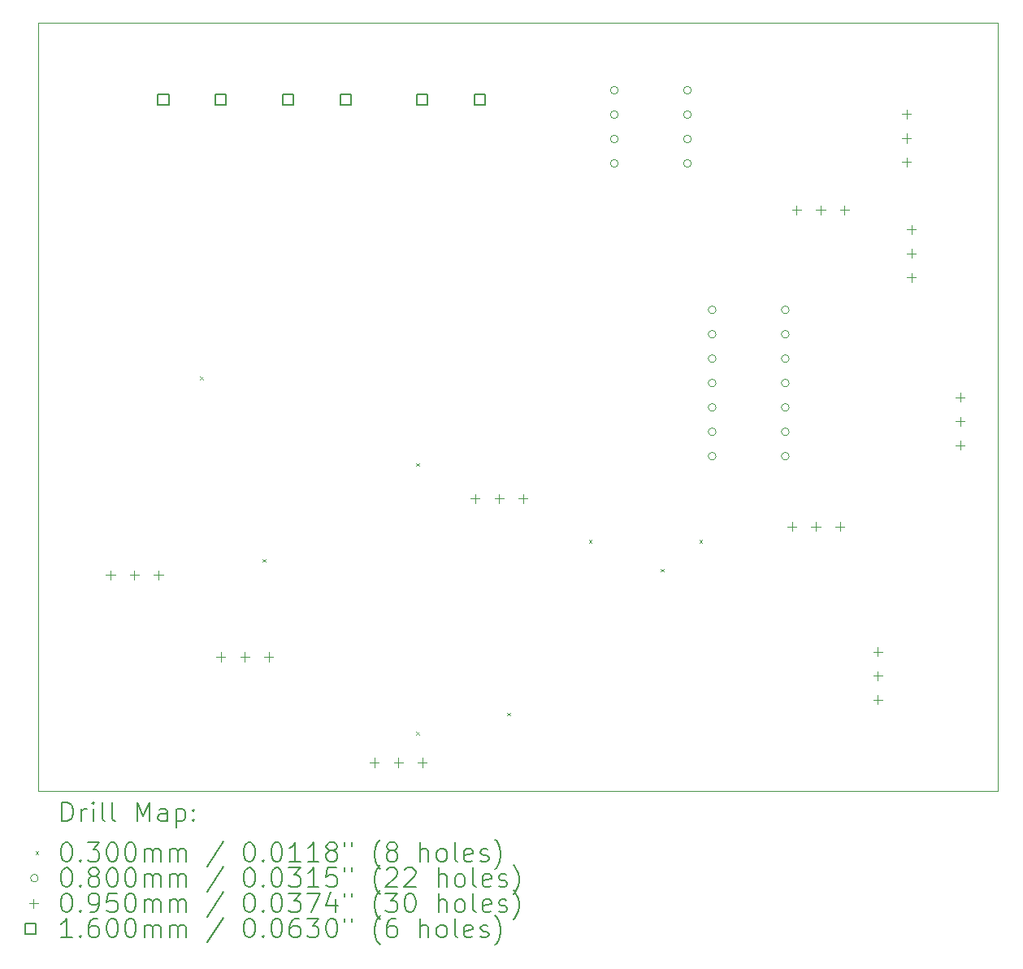
<source format=gbr>
%TF.GenerationSoftware,KiCad,Pcbnew,7.0.2*%
%TF.CreationDate,2023-07-08T15:21:49+02:00*%
%TF.ProjectId,KiKAD_Endplatine_V2,4b694b41-445f-4456-9e64-706c6174696e,rev?*%
%TF.SameCoordinates,Original*%
%TF.FileFunction,Drillmap*%
%TF.FilePolarity,Positive*%
%FSLAX45Y45*%
G04 Gerber Fmt 4.5, Leading zero omitted, Abs format (unit mm)*
G04 Created by KiCad (PCBNEW 7.0.2) date 2023-07-08 15:21:49*
%MOMM*%
%LPD*%
G01*
G04 APERTURE LIST*
%ADD10C,0.050000*%
%ADD11C,0.200000*%
%ADD12C,0.030000*%
%ADD13C,0.080000*%
%ADD14C,0.095000*%
%ADD15C,0.160000*%
G04 APERTURE END LIST*
D10*
X10000000Y-3500000D02*
X20000000Y-3500000D01*
X20000000Y-11500000D01*
X10000000Y-11500000D01*
X10000000Y-3500000D01*
D11*
D12*
X11685000Y-7185000D02*
X11715000Y-7215000D01*
X11715000Y-7185000D02*
X11685000Y-7215000D01*
X12335000Y-9085000D02*
X12365000Y-9115000D01*
X12365000Y-9085000D02*
X12335000Y-9115000D01*
X13935000Y-8085000D02*
X13965000Y-8115000D01*
X13965000Y-8085000D02*
X13935000Y-8115000D01*
X13935000Y-10885000D02*
X13965000Y-10915000D01*
X13965000Y-10885000D02*
X13935000Y-10915000D01*
X14885000Y-10685000D02*
X14915000Y-10715000D01*
X14915000Y-10685000D02*
X14885000Y-10715000D01*
X15735000Y-8885000D02*
X15765000Y-8915000D01*
X15765000Y-8885000D02*
X15735000Y-8915000D01*
X16485000Y-9185000D02*
X16515000Y-9215000D01*
X16515000Y-9185000D02*
X16485000Y-9215000D01*
X16885000Y-8885000D02*
X16915000Y-8915000D01*
X16915000Y-8885000D02*
X16885000Y-8915000D01*
D13*
X16040000Y-4200000D02*
G75*
G03*
X16040000Y-4200000I-40000J0D01*
G01*
X16040000Y-4454000D02*
G75*
G03*
X16040000Y-4454000I-40000J0D01*
G01*
X16040000Y-4708000D02*
G75*
G03*
X16040000Y-4708000I-40000J0D01*
G01*
X16040000Y-4962000D02*
G75*
G03*
X16040000Y-4962000I-40000J0D01*
G01*
X16802000Y-4200000D02*
G75*
G03*
X16802000Y-4200000I-40000J0D01*
G01*
X16802000Y-4454000D02*
G75*
G03*
X16802000Y-4454000I-40000J0D01*
G01*
X16802000Y-4708000D02*
G75*
G03*
X16802000Y-4708000I-40000J0D01*
G01*
X16802000Y-4962000D02*
G75*
G03*
X16802000Y-4962000I-40000J0D01*
G01*
X17060000Y-6487500D02*
G75*
G03*
X17060000Y-6487500I-40000J0D01*
G01*
X17060000Y-6741500D02*
G75*
G03*
X17060000Y-6741500I-40000J0D01*
G01*
X17060000Y-6995500D02*
G75*
G03*
X17060000Y-6995500I-40000J0D01*
G01*
X17060000Y-7249500D02*
G75*
G03*
X17060000Y-7249500I-40000J0D01*
G01*
X17060000Y-7503500D02*
G75*
G03*
X17060000Y-7503500I-40000J0D01*
G01*
X17060000Y-7757500D02*
G75*
G03*
X17060000Y-7757500I-40000J0D01*
G01*
X17060000Y-8011500D02*
G75*
G03*
X17060000Y-8011500I-40000J0D01*
G01*
X17822000Y-6487500D02*
G75*
G03*
X17822000Y-6487500I-40000J0D01*
G01*
X17822000Y-6741500D02*
G75*
G03*
X17822000Y-6741500I-40000J0D01*
G01*
X17822000Y-6995500D02*
G75*
G03*
X17822000Y-6995500I-40000J0D01*
G01*
X17822000Y-7249500D02*
G75*
G03*
X17822000Y-7249500I-40000J0D01*
G01*
X17822000Y-7503500D02*
G75*
G03*
X17822000Y-7503500I-40000J0D01*
G01*
X17822000Y-7757500D02*
G75*
G03*
X17822000Y-7757500I-40000J0D01*
G01*
X17822000Y-8011500D02*
G75*
G03*
X17822000Y-8011500I-40000J0D01*
G01*
D14*
X10750000Y-9202500D02*
X10750000Y-9297500D01*
X10702500Y-9250000D02*
X10797500Y-9250000D01*
X11000000Y-9202500D02*
X11000000Y-9297500D01*
X10952500Y-9250000D02*
X11047500Y-9250000D01*
X11250000Y-9202500D02*
X11250000Y-9297500D01*
X11202500Y-9250000D02*
X11297500Y-9250000D01*
X11900000Y-10055750D02*
X11900000Y-10150750D01*
X11852500Y-10103250D02*
X11947500Y-10103250D01*
X12150000Y-10055750D02*
X12150000Y-10150750D01*
X12102500Y-10103250D02*
X12197500Y-10103250D01*
X12400000Y-10055750D02*
X12400000Y-10150750D01*
X12352500Y-10103250D02*
X12447500Y-10103250D01*
X13500000Y-11155750D02*
X13500000Y-11250750D01*
X13452500Y-11203250D02*
X13547500Y-11203250D01*
X13750000Y-11155750D02*
X13750000Y-11250750D01*
X13702500Y-11203250D02*
X13797500Y-11203250D01*
X14000000Y-11155750D02*
X14000000Y-11250750D01*
X13952500Y-11203250D02*
X14047500Y-11203250D01*
X14550000Y-8405750D02*
X14550000Y-8500750D01*
X14502500Y-8453250D02*
X14597500Y-8453250D01*
X14800000Y-8405750D02*
X14800000Y-8500750D01*
X14752500Y-8453250D02*
X14847500Y-8453250D01*
X15050000Y-8405750D02*
X15050000Y-8500750D01*
X15002500Y-8453250D02*
X15097500Y-8453250D01*
X17850000Y-8699250D02*
X17850000Y-8794250D01*
X17802500Y-8746750D02*
X17897500Y-8746750D01*
X17900000Y-5399250D02*
X17900000Y-5494250D01*
X17852500Y-5446750D02*
X17947500Y-5446750D01*
X18100000Y-8699250D02*
X18100000Y-8794250D01*
X18052500Y-8746750D02*
X18147500Y-8746750D01*
X18150000Y-5399250D02*
X18150000Y-5494250D01*
X18102500Y-5446750D02*
X18197500Y-5446750D01*
X18350000Y-8699250D02*
X18350000Y-8794250D01*
X18302500Y-8746750D02*
X18397500Y-8746750D01*
X18400000Y-5399250D02*
X18400000Y-5494250D01*
X18352500Y-5446750D02*
X18447500Y-5446750D01*
X18746750Y-10002500D02*
X18746750Y-10097500D01*
X18699250Y-10050000D02*
X18794250Y-10050000D01*
X18746750Y-10252500D02*
X18746750Y-10347500D01*
X18699250Y-10300000D02*
X18794250Y-10300000D01*
X18746750Y-10502500D02*
X18746750Y-10597500D01*
X18699250Y-10550000D02*
X18794250Y-10550000D01*
X19046750Y-4402500D02*
X19046750Y-4497500D01*
X18999250Y-4450000D02*
X19094250Y-4450000D01*
X19046750Y-4652500D02*
X19046750Y-4747500D01*
X18999250Y-4700000D02*
X19094250Y-4700000D01*
X19046750Y-4902500D02*
X19046750Y-4997500D01*
X18999250Y-4950000D02*
X19094250Y-4950000D01*
X19096750Y-5602500D02*
X19096750Y-5697500D01*
X19049250Y-5650000D02*
X19144250Y-5650000D01*
X19096750Y-5852500D02*
X19096750Y-5947500D01*
X19049250Y-5900000D02*
X19144250Y-5900000D01*
X19096750Y-6102500D02*
X19096750Y-6197500D01*
X19049250Y-6150000D02*
X19144250Y-6150000D01*
X19603250Y-7352500D02*
X19603250Y-7447500D01*
X19555750Y-7400000D02*
X19650750Y-7400000D01*
X19603250Y-7602500D02*
X19603250Y-7697500D01*
X19555750Y-7650000D02*
X19650750Y-7650000D01*
X19603250Y-7852500D02*
X19603250Y-7947500D01*
X19555750Y-7900000D02*
X19650750Y-7900000D01*
D15*
X11356569Y-4356569D02*
X11356569Y-4243431D01*
X11243431Y-4243431D01*
X11243431Y-4356569D01*
X11356569Y-4356569D01*
X11956569Y-4356569D02*
X11956569Y-4243431D01*
X11843431Y-4243431D01*
X11843431Y-4356569D01*
X11956569Y-4356569D01*
X12656569Y-4356569D02*
X12656569Y-4243431D01*
X12543431Y-4243431D01*
X12543431Y-4356569D01*
X12656569Y-4356569D01*
X13256569Y-4356569D02*
X13256569Y-4243431D01*
X13143431Y-4243431D01*
X13143431Y-4356569D01*
X13256569Y-4356569D01*
X14056569Y-4356569D02*
X14056569Y-4243431D01*
X13943431Y-4243431D01*
X13943431Y-4356569D01*
X14056569Y-4356569D01*
X14656569Y-4356569D02*
X14656569Y-4243431D01*
X14543431Y-4243431D01*
X14543431Y-4356569D01*
X14656569Y-4356569D01*
D11*
X10245119Y-11815024D02*
X10245119Y-11615024D01*
X10245119Y-11615024D02*
X10292738Y-11615024D01*
X10292738Y-11615024D02*
X10321310Y-11624548D01*
X10321310Y-11624548D02*
X10340357Y-11643595D01*
X10340357Y-11643595D02*
X10349881Y-11662643D01*
X10349881Y-11662643D02*
X10359405Y-11700738D01*
X10359405Y-11700738D02*
X10359405Y-11729309D01*
X10359405Y-11729309D02*
X10349881Y-11767405D01*
X10349881Y-11767405D02*
X10340357Y-11786452D01*
X10340357Y-11786452D02*
X10321310Y-11805500D01*
X10321310Y-11805500D02*
X10292738Y-11815024D01*
X10292738Y-11815024D02*
X10245119Y-11815024D01*
X10445119Y-11815024D02*
X10445119Y-11681690D01*
X10445119Y-11719786D02*
X10454643Y-11700738D01*
X10454643Y-11700738D02*
X10464167Y-11691214D01*
X10464167Y-11691214D02*
X10483214Y-11681690D01*
X10483214Y-11681690D02*
X10502262Y-11681690D01*
X10568929Y-11815024D02*
X10568929Y-11681690D01*
X10568929Y-11615024D02*
X10559405Y-11624548D01*
X10559405Y-11624548D02*
X10568929Y-11634071D01*
X10568929Y-11634071D02*
X10578452Y-11624548D01*
X10578452Y-11624548D02*
X10568929Y-11615024D01*
X10568929Y-11615024D02*
X10568929Y-11634071D01*
X10692738Y-11815024D02*
X10673690Y-11805500D01*
X10673690Y-11805500D02*
X10664167Y-11786452D01*
X10664167Y-11786452D02*
X10664167Y-11615024D01*
X10797500Y-11815024D02*
X10778452Y-11805500D01*
X10778452Y-11805500D02*
X10768929Y-11786452D01*
X10768929Y-11786452D02*
X10768929Y-11615024D01*
X11026071Y-11815024D02*
X11026071Y-11615024D01*
X11026071Y-11615024D02*
X11092738Y-11757881D01*
X11092738Y-11757881D02*
X11159405Y-11615024D01*
X11159405Y-11615024D02*
X11159405Y-11815024D01*
X11340357Y-11815024D02*
X11340357Y-11710262D01*
X11340357Y-11710262D02*
X11330833Y-11691214D01*
X11330833Y-11691214D02*
X11311786Y-11681690D01*
X11311786Y-11681690D02*
X11273690Y-11681690D01*
X11273690Y-11681690D02*
X11254643Y-11691214D01*
X11340357Y-11805500D02*
X11321309Y-11815024D01*
X11321309Y-11815024D02*
X11273690Y-11815024D01*
X11273690Y-11815024D02*
X11254643Y-11805500D01*
X11254643Y-11805500D02*
X11245119Y-11786452D01*
X11245119Y-11786452D02*
X11245119Y-11767405D01*
X11245119Y-11767405D02*
X11254643Y-11748357D01*
X11254643Y-11748357D02*
X11273690Y-11738833D01*
X11273690Y-11738833D02*
X11321309Y-11738833D01*
X11321309Y-11738833D02*
X11340357Y-11729309D01*
X11435595Y-11681690D02*
X11435595Y-11881690D01*
X11435595Y-11691214D02*
X11454643Y-11681690D01*
X11454643Y-11681690D02*
X11492738Y-11681690D01*
X11492738Y-11681690D02*
X11511786Y-11691214D01*
X11511786Y-11691214D02*
X11521309Y-11700738D01*
X11521309Y-11700738D02*
X11530833Y-11719786D01*
X11530833Y-11719786D02*
X11530833Y-11776928D01*
X11530833Y-11776928D02*
X11521309Y-11795976D01*
X11521309Y-11795976D02*
X11511786Y-11805500D01*
X11511786Y-11805500D02*
X11492738Y-11815024D01*
X11492738Y-11815024D02*
X11454643Y-11815024D01*
X11454643Y-11815024D02*
X11435595Y-11805500D01*
X11616548Y-11795976D02*
X11626071Y-11805500D01*
X11626071Y-11805500D02*
X11616548Y-11815024D01*
X11616548Y-11815024D02*
X11607024Y-11805500D01*
X11607024Y-11805500D02*
X11616548Y-11795976D01*
X11616548Y-11795976D02*
X11616548Y-11815024D01*
X11616548Y-11691214D02*
X11626071Y-11700738D01*
X11626071Y-11700738D02*
X11616548Y-11710262D01*
X11616548Y-11710262D02*
X11607024Y-11700738D01*
X11607024Y-11700738D02*
X11616548Y-11691214D01*
X11616548Y-11691214D02*
X11616548Y-11710262D01*
D12*
X9967500Y-12127500D02*
X9997500Y-12157500D01*
X9997500Y-12127500D02*
X9967500Y-12157500D01*
D11*
X10283214Y-12035024D02*
X10302262Y-12035024D01*
X10302262Y-12035024D02*
X10321310Y-12044548D01*
X10321310Y-12044548D02*
X10330833Y-12054071D01*
X10330833Y-12054071D02*
X10340357Y-12073119D01*
X10340357Y-12073119D02*
X10349881Y-12111214D01*
X10349881Y-12111214D02*
X10349881Y-12158833D01*
X10349881Y-12158833D02*
X10340357Y-12196928D01*
X10340357Y-12196928D02*
X10330833Y-12215976D01*
X10330833Y-12215976D02*
X10321310Y-12225500D01*
X10321310Y-12225500D02*
X10302262Y-12235024D01*
X10302262Y-12235024D02*
X10283214Y-12235024D01*
X10283214Y-12235024D02*
X10264167Y-12225500D01*
X10264167Y-12225500D02*
X10254643Y-12215976D01*
X10254643Y-12215976D02*
X10245119Y-12196928D01*
X10245119Y-12196928D02*
X10235595Y-12158833D01*
X10235595Y-12158833D02*
X10235595Y-12111214D01*
X10235595Y-12111214D02*
X10245119Y-12073119D01*
X10245119Y-12073119D02*
X10254643Y-12054071D01*
X10254643Y-12054071D02*
X10264167Y-12044548D01*
X10264167Y-12044548D02*
X10283214Y-12035024D01*
X10435595Y-12215976D02*
X10445119Y-12225500D01*
X10445119Y-12225500D02*
X10435595Y-12235024D01*
X10435595Y-12235024D02*
X10426071Y-12225500D01*
X10426071Y-12225500D02*
X10435595Y-12215976D01*
X10435595Y-12215976D02*
X10435595Y-12235024D01*
X10511786Y-12035024D02*
X10635595Y-12035024D01*
X10635595Y-12035024D02*
X10568929Y-12111214D01*
X10568929Y-12111214D02*
X10597500Y-12111214D01*
X10597500Y-12111214D02*
X10616548Y-12120738D01*
X10616548Y-12120738D02*
X10626071Y-12130262D01*
X10626071Y-12130262D02*
X10635595Y-12149309D01*
X10635595Y-12149309D02*
X10635595Y-12196928D01*
X10635595Y-12196928D02*
X10626071Y-12215976D01*
X10626071Y-12215976D02*
X10616548Y-12225500D01*
X10616548Y-12225500D02*
X10597500Y-12235024D01*
X10597500Y-12235024D02*
X10540357Y-12235024D01*
X10540357Y-12235024D02*
X10521310Y-12225500D01*
X10521310Y-12225500D02*
X10511786Y-12215976D01*
X10759405Y-12035024D02*
X10778452Y-12035024D01*
X10778452Y-12035024D02*
X10797500Y-12044548D01*
X10797500Y-12044548D02*
X10807024Y-12054071D01*
X10807024Y-12054071D02*
X10816548Y-12073119D01*
X10816548Y-12073119D02*
X10826071Y-12111214D01*
X10826071Y-12111214D02*
X10826071Y-12158833D01*
X10826071Y-12158833D02*
X10816548Y-12196928D01*
X10816548Y-12196928D02*
X10807024Y-12215976D01*
X10807024Y-12215976D02*
X10797500Y-12225500D01*
X10797500Y-12225500D02*
X10778452Y-12235024D01*
X10778452Y-12235024D02*
X10759405Y-12235024D01*
X10759405Y-12235024D02*
X10740357Y-12225500D01*
X10740357Y-12225500D02*
X10730833Y-12215976D01*
X10730833Y-12215976D02*
X10721310Y-12196928D01*
X10721310Y-12196928D02*
X10711786Y-12158833D01*
X10711786Y-12158833D02*
X10711786Y-12111214D01*
X10711786Y-12111214D02*
X10721310Y-12073119D01*
X10721310Y-12073119D02*
X10730833Y-12054071D01*
X10730833Y-12054071D02*
X10740357Y-12044548D01*
X10740357Y-12044548D02*
X10759405Y-12035024D01*
X10949881Y-12035024D02*
X10968929Y-12035024D01*
X10968929Y-12035024D02*
X10987976Y-12044548D01*
X10987976Y-12044548D02*
X10997500Y-12054071D01*
X10997500Y-12054071D02*
X11007024Y-12073119D01*
X11007024Y-12073119D02*
X11016548Y-12111214D01*
X11016548Y-12111214D02*
X11016548Y-12158833D01*
X11016548Y-12158833D02*
X11007024Y-12196928D01*
X11007024Y-12196928D02*
X10997500Y-12215976D01*
X10997500Y-12215976D02*
X10987976Y-12225500D01*
X10987976Y-12225500D02*
X10968929Y-12235024D01*
X10968929Y-12235024D02*
X10949881Y-12235024D01*
X10949881Y-12235024D02*
X10930833Y-12225500D01*
X10930833Y-12225500D02*
X10921310Y-12215976D01*
X10921310Y-12215976D02*
X10911786Y-12196928D01*
X10911786Y-12196928D02*
X10902262Y-12158833D01*
X10902262Y-12158833D02*
X10902262Y-12111214D01*
X10902262Y-12111214D02*
X10911786Y-12073119D01*
X10911786Y-12073119D02*
X10921310Y-12054071D01*
X10921310Y-12054071D02*
X10930833Y-12044548D01*
X10930833Y-12044548D02*
X10949881Y-12035024D01*
X11102262Y-12235024D02*
X11102262Y-12101690D01*
X11102262Y-12120738D02*
X11111786Y-12111214D01*
X11111786Y-12111214D02*
X11130833Y-12101690D01*
X11130833Y-12101690D02*
X11159405Y-12101690D01*
X11159405Y-12101690D02*
X11178452Y-12111214D01*
X11178452Y-12111214D02*
X11187976Y-12130262D01*
X11187976Y-12130262D02*
X11187976Y-12235024D01*
X11187976Y-12130262D02*
X11197500Y-12111214D01*
X11197500Y-12111214D02*
X11216548Y-12101690D01*
X11216548Y-12101690D02*
X11245119Y-12101690D01*
X11245119Y-12101690D02*
X11264167Y-12111214D01*
X11264167Y-12111214D02*
X11273690Y-12130262D01*
X11273690Y-12130262D02*
X11273690Y-12235024D01*
X11368929Y-12235024D02*
X11368929Y-12101690D01*
X11368929Y-12120738D02*
X11378452Y-12111214D01*
X11378452Y-12111214D02*
X11397500Y-12101690D01*
X11397500Y-12101690D02*
X11426071Y-12101690D01*
X11426071Y-12101690D02*
X11445119Y-12111214D01*
X11445119Y-12111214D02*
X11454643Y-12130262D01*
X11454643Y-12130262D02*
X11454643Y-12235024D01*
X11454643Y-12130262D02*
X11464167Y-12111214D01*
X11464167Y-12111214D02*
X11483214Y-12101690D01*
X11483214Y-12101690D02*
X11511786Y-12101690D01*
X11511786Y-12101690D02*
X11530833Y-12111214D01*
X11530833Y-12111214D02*
X11540357Y-12130262D01*
X11540357Y-12130262D02*
X11540357Y-12235024D01*
X11930833Y-12025500D02*
X11759405Y-12282643D01*
X12187976Y-12035024D02*
X12207024Y-12035024D01*
X12207024Y-12035024D02*
X12226072Y-12044548D01*
X12226072Y-12044548D02*
X12235595Y-12054071D01*
X12235595Y-12054071D02*
X12245119Y-12073119D01*
X12245119Y-12073119D02*
X12254643Y-12111214D01*
X12254643Y-12111214D02*
X12254643Y-12158833D01*
X12254643Y-12158833D02*
X12245119Y-12196928D01*
X12245119Y-12196928D02*
X12235595Y-12215976D01*
X12235595Y-12215976D02*
X12226072Y-12225500D01*
X12226072Y-12225500D02*
X12207024Y-12235024D01*
X12207024Y-12235024D02*
X12187976Y-12235024D01*
X12187976Y-12235024D02*
X12168929Y-12225500D01*
X12168929Y-12225500D02*
X12159405Y-12215976D01*
X12159405Y-12215976D02*
X12149881Y-12196928D01*
X12149881Y-12196928D02*
X12140357Y-12158833D01*
X12140357Y-12158833D02*
X12140357Y-12111214D01*
X12140357Y-12111214D02*
X12149881Y-12073119D01*
X12149881Y-12073119D02*
X12159405Y-12054071D01*
X12159405Y-12054071D02*
X12168929Y-12044548D01*
X12168929Y-12044548D02*
X12187976Y-12035024D01*
X12340357Y-12215976D02*
X12349881Y-12225500D01*
X12349881Y-12225500D02*
X12340357Y-12235024D01*
X12340357Y-12235024D02*
X12330833Y-12225500D01*
X12330833Y-12225500D02*
X12340357Y-12215976D01*
X12340357Y-12215976D02*
X12340357Y-12235024D01*
X12473691Y-12035024D02*
X12492738Y-12035024D01*
X12492738Y-12035024D02*
X12511786Y-12044548D01*
X12511786Y-12044548D02*
X12521310Y-12054071D01*
X12521310Y-12054071D02*
X12530833Y-12073119D01*
X12530833Y-12073119D02*
X12540357Y-12111214D01*
X12540357Y-12111214D02*
X12540357Y-12158833D01*
X12540357Y-12158833D02*
X12530833Y-12196928D01*
X12530833Y-12196928D02*
X12521310Y-12215976D01*
X12521310Y-12215976D02*
X12511786Y-12225500D01*
X12511786Y-12225500D02*
X12492738Y-12235024D01*
X12492738Y-12235024D02*
X12473691Y-12235024D01*
X12473691Y-12235024D02*
X12454643Y-12225500D01*
X12454643Y-12225500D02*
X12445119Y-12215976D01*
X12445119Y-12215976D02*
X12435595Y-12196928D01*
X12435595Y-12196928D02*
X12426072Y-12158833D01*
X12426072Y-12158833D02*
X12426072Y-12111214D01*
X12426072Y-12111214D02*
X12435595Y-12073119D01*
X12435595Y-12073119D02*
X12445119Y-12054071D01*
X12445119Y-12054071D02*
X12454643Y-12044548D01*
X12454643Y-12044548D02*
X12473691Y-12035024D01*
X12730833Y-12235024D02*
X12616548Y-12235024D01*
X12673691Y-12235024D02*
X12673691Y-12035024D01*
X12673691Y-12035024D02*
X12654643Y-12063595D01*
X12654643Y-12063595D02*
X12635595Y-12082643D01*
X12635595Y-12082643D02*
X12616548Y-12092167D01*
X12921310Y-12235024D02*
X12807024Y-12235024D01*
X12864167Y-12235024D02*
X12864167Y-12035024D01*
X12864167Y-12035024D02*
X12845119Y-12063595D01*
X12845119Y-12063595D02*
X12826072Y-12082643D01*
X12826072Y-12082643D02*
X12807024Y-12092167D01*
X13035595Y-12120738D02*
X13016548Y-12111214D01*
X13016548Y-12111214D02*
X13007024Y-12101690D01*
X13007024Y-12101690D02*
X12997500Y-12082643D01*
X12997500Y-12082643D02*
X12997500Y-12073119D01*
X12997500Y-12073119D02*
X13007024Y-12054071D01*
X13007024Y-12054071D02*
X13016548Y-12044548D01*
X13016548Y-12044548D02*
X13035595Y-12035024D01*
X13035595Y-12035024D02*
X13073691Y-12035024D01*
X13073691Y-12035024D02*
X13092738Y-12044548D01*
X13092738Y-12044548D02*
X13102262Y-12054071D01*
X13102262Y-12054071D02*
X13111786Y-12073119D01*
X13111786Y-12073119D02*
X13111786Y-12082643D01*
X13111786Y-12082643D02*
X13102262Y-12101690D01*
X13102262Y-12101690D02*
X13092738Y-12111214D01*
X13092738Y-12111214D02*
X13073691Y-12120738D01*
X13073691Y-12120738D02*
X13035595Y-12120738D01*
X13035595Y-12120738D02*
X13016548Y-12130262D01*
X13016548Y-12130262D02*
X13007024Y-12139786D01*
X13007024Y-12139786D02*
X12997500Y-12158833D01*
X12997500Y-12158833D02*
X12997500Y-12196928D01*
X12997500Y-12196928D02*
X13007024Y-12215976D01*
X13007024Y-12215976D02*
X13016548Y-12225500D01*
X13016548Y-12225500D02*
X13035595Y-12235024D01*
X13035595Y-12235024D02*
X13073691Y-12235024D01*
X13073691Y-12235024D02*
X13092738Y-12225500D01*
X13092738Y-12225500D02*
X13102262Y-12215976D01*
X13102262Y-12215976D02*
X13111786Y-12196928D01*
X13111786Y-12196928D02*
X13111786Y-12158833D01*
X13111786Y-12158833D02*
X13102262Y-12139786D01*
X13102262Y-12139786D02*
X13092738Y-12130262D01*
X13092738Y-12130262D02*
X13073691Y-12120738D01*
X13187976Y-12035024D02*
X13187976Y-12073119D01*
X13264167Y-12035024D02*
X13264167Y-12073119D01*
X13559405Y-12311214D02*
X13549881Y-12301690D01*
X13549881Y-12301690D02*
X13530834Y-12273119D01*
X13530834Y-12273119D02*
X13521310Y-12254071D01*
X13521310Y-12254071D02*
X13511786Y-12225500D01*
X13511786Y-12225500D02*
X13502262Y-12177881D01*
X13502262Y-12177881D02*
X13502262Y-12139786D01*
X13502262Y-12139786D02*
X13511786Y-12092167D01*
X13511786Y-12092167D02*
X13521310Y-12063595D01*
X13521310Y-12063595D02*
X13530834Y-12044548D01*
X13530834Y-12044548D02*
X13549881Y-12015976D01*
X13549881Y-12015976D02*
X13559405Y-12006452D01*
X13664167Y-12120738D02*
X13645119Y-12111214D01*
X13645119Y-12111214D02*
X13635595Y-12101690D01*
X13635595Y-12101690D02*
X13626072Y-12082643D01*
X13626072Y-12082643D02*
X13626072Y-12073119D01*
X13626072Y-12073119D02*
X13635595Y-12054071D01*
X13635595Y-12054071D02*
X13645119Y-12044548D01*
X13645119Y-12044548D02*
X13664167Y-12035024D01*
X13664167Y-12035024D02*
X13702262Y-12035024D01*
X13702262Y-12035024D02*
X13721310Y-12044548D01*
X13721310Y-12044548D02*
X13730834Y-12054071D01*
X13730834Y-12054071D02*
X13740357Y-12073119D01*
X13740357Y-12073119D02*
X13740357Y-12082643D01*
X13740357Y-12082643D02*
X13730834Y-12101690D01*
X13730834Y-12101690D02*
X13721310Y-12111214D01*
X13721310Y-12111214D02*
X13702262Y-12120738D01*
X13702262Y-12120738D02*
X13664167Y-12120738D01*
X13664167Y-12120738D02*
X13645119Y-12130262D01*
X13645119Y-12130262D02*
X13635595Y-12139786D01*
X13635595Y-12139786D02*
X13626072Y-12158833D01*
X13626072Y-12158833D02*
X13626072Y-12196928D01*
X13626072Y-12196928D02*
X13635595Y-12215976D01*
X13635595Y-12215976D02*
X13645119Y-12225500D01*
X13645119Y-12225500D02*
X13664167Y-12235024D01*
X13664167Y-12235024D02*
X13702262Y-12235024D01*
X13702262Y-12235024D02*
X13721310Y-12225500D01*
X13721310Y-12225500D02*
X13730834Y-12215976D01*
X13730834Y-12215976D02*
X13740357Y-12196928D01*
X13740357Y-12196928D02*
X13740357Y-12158833D01*
X13740357Y-12158833D02*
X13730834Y-12139786D01*
X13730834Y-12139786D02*
X13721310Y-12130262D01*
X13721310Y-12130262D02*
X13702262Y-12120738D01*
X13978453Y-12235024D02*
X13978453Y-12035024D01*
X14064167Y-12235024D02*
X14064167Y-12130262D01*
X14064167Y-12130262D02*
X14054643Y-12111214D01*
X14054643Y-12111214D02*
X14035596Y-12101690D01*
X14035596Y-12101690D02*
X14007024Y-12101690D01*
X14007024Y-12101690D02*
X13987976Y-12111214D01*
X13987976Y-12111214D02*
X13978453Y-12120738D01*
X14187976Y-12235024D02*
X14168929Y-12225500D01*
X14168929Y-12225500D02*
X14159405Y-12215976D01*
X14159405Y-12215976D02*
X14149881Y-12196928D01*
X14149881Y-12196928D02*
X14149881Y-12139786D01*
X14149881Y-12139786D02*
X14159405Y-12120738D01*
X14159405Y-12120738D02*
X14168929Y-12111214D01*
X14168929Y-12111214D02*
X14187976Y-12101690D01*
X14187976Y-12101690D02*
X14216548Y-12101690D01*
X14216548Y-12101690D02*
X14235596Y-12111214D01*
X14235596Y-12111214D02*
X14245119Y-12120738D01*
X14245119Y-12120738D02*
X14254643Y-12139786D01*
X14254643Y-12139786D02*
X14254643Y-12196928D01*
X14254643Y-12196928D02*
X14245119Y-12215976D01*
X14245119Y-12215976D02*
X14235596Y-12225500D01*
X14235596Y-12225500D02*
X14216548Y-12235024D01*
X14216548Y-12235024D02*
X14187976Y-12235024D01*
X14368929Y-12235024D02*
X14349881Y-12225500D01*
X14349881Y-12225500D02*
X14340357Y-12206452D01*
X14340357Y-12206452D02*
X14340357Y-12035024D01*
X14521310Y-12225500D02*
X14502262Y-12235024D01*
X14502262Y-12235024D02*
X14464167Y-12235024D01*
X14464167Y-12235024D02*
X14445119Y-12225500D01*
X14445119Y-12225500D02*
X14435596Y-12206452D01*
X14435596Y-12206452D02*
X14435596Y-12130262D01*
X14435596Y-12130262D02*
X14445119Y-12111214D01*
X14445119Y-12111214D02*
X14464167Y-12101690D01*
X14464167Y-12101690D02*
X14502262Y-12101690D01*
X14502262Y-12101690D02*
X14521310Y-12111214D01*
X14521310Y-12111214D02*
X14530834Y-12130262D01*
X14530834Y-12130262D02*
X14530834Y-12149309D01*
X14530834Y-12149309D02*
X14435596Y-12168357D01*
X14607024Y-12225500D02*
X14626072Y-12235024D01*
X14626072Y-12235024D02*
X14664167Y-12235024D01*
X14664167Y-12235024D02*
X14683215Y-12225500D01*
X14683215Y-12225500D02*
X14692738Y-12206452D01*
X14692738Y-12206452D02*
X14692738Y-12196928D01*
X14692738Y-12196928D02*
X14683215Y-12177881D01*
X14683215Y-12177881D02*
X14664167Y-12168357D01*
X14664167Y-12168357D02*
X14635596Y-12168357D01*
X14635596Y-12168357D02*
X14616548Y-12158833D01*
X14616548Y-12158833D02*
X14607024Y-12139786D01*
X14607024Y-12139786D02*
X14607024Y-12130262D01*
X14607024Y-12130262D02*
X14616548Y-12111214D01*
X14616548Y-12111214D02*
X14635596Y-12101690D01*
X14635596Y-12101690D02*
X14664167Y-12101690D01*
X14664167Y-12101690D02*
X14683215Y-12111214D01*
X14759405Y-12311214D02*
X14768929Y-12301690D01*
X14768929Y-12301690D02*
X14787977Y-12273119D01*
X14787977Y-12273119D02*
X14797500Y-12254071D01*
X14797500Y-12254071D02*
X14807024Y-12225500D01*
X14807024Y-12225500D02*
X14816548Y-12177881D01*
X14816548Y-12177881D02*
X14816548Y-12139786D01*
X14816548Y-12139786D02*
X14807024Y-12092167D01*
X14807024Y-12092167D02*
X14797500Y-12063595D01*
X14797500Y-12063595D02*
X14787977Y-12044548D01*
X14787977Y-12044548D02*
X14768929Y-12015976D01*
X14768929Y-12015976D02*
X14759405Y-12006452D01*
D13*
X9997500Y-12406500D02*
G75*
G03*
X9997500Y-12406500I-40000J0D01*
G01*
D11*
X10283214Y-12299024D02*
X10302262Y-12299024D01*
X10302262Y-12299024D02*
X10321310Y-12308548D01*
X10321310Y-12308548D02*
X10330833Y-12318071D01*
X10330833Y-12318071D02*
X10340357Y-12337119D01*
X10340357Y-12337119D02*
X10349881Y-12375214D01*
X10349881Y-12375214D02*
X10349881Y-12422833D01*
X10349881Y-12422833D02*
X10340357Y-12460928D01*
X10340357Y-12460928D02*
X10330833Y-12479976D01*
X10330833Y-12479976D02*
X10321310Y-12489500D01*
X10321310Y-12489500D02*
X10302262Y-12499024D01*
X10302262Y-12499024D02*
X10283214Y-12499024D01*
X10283214Y-12499024D02*
X10264167Y-12489500D01*
X10264167Y-12489500D02*
X10254643Y-12479976D01*
X10254643Y-12479976D02*
X10245119Y-12460928D01*
X10245119Y-12460928D02*
X10235595Y-12422833D01*
X10235595Y-12422833D02*
X10235595Y-12375214D01*
X10235595Y-12375214D02*
X10245119Y-12337119D01*
X10245119Y-12337119D02*
X10254643Y-12318071D01*
X10254643Y-12318071D02*
X10264167Y-12308548D01*
X10264167Y-12308548D02*
X10283214Y-12299024D01*
X10435595Y-12479976D02*
X10445119Y-12489500D01*
X10445119Y-12489500D02*
X10435595Y-12499024D01*
X10435595Y-12499024D02*
X10426071Y-12489500D01*
X10426071Y-12489500D02*
X10435595Y-12479976D01*
X10435595Y-12479976D02*
X10435595Y-12499024D01*
X10559405Y-12384738D02*
X10540357Y-12375214D01*
X10540357Y-12375214D02*
X10530833Y-12365690D01*
X10530833Y-12365690D02*
X10521310Y-12346643D01*
X10521310Y-12346643D02*
X10521310Y-12337119D01*
X10521310Y-12337119D02*
X10530833Y-12318071D01*
X10530833Y-12318071D02*
X10540357Y-12308548D01*
X10540357Y-12308548D02*
X10559405Y-12299024D01*
X10559405Y-12299024D02*
X10597500Y-12299024D01*
X10597500Y-12299024D02*
X10616548Y-12308548D01*
X10616548Y-12308548D02*
X10626071Y-12318071D01*
X10626071Y-12318071D02*
X10635595Y-12337119D01*
X10635595Y-12337119D02*
X10635595Y-12346643D01*
X10635595Y-12346643D02*
X10626071Y-12365690D01*
X10626071Y-12365690D02*
X10616548Y-12375214D01*
X10616548Y-12375214D02*
X10597500Y-12384738D01*
X10597500Y-12384738D02*
X10559405Y-12384738D01*
X10559405Y-12384738D02*
X10540357Y-12394262D01*
X10540357Y-12394262D02*
X10530833Y-12403786D01*
X10530833Y-12403786D02*
X10521310Y-12422833D01*
X10521310Y-12422833D02*
X10521310Y-12460928D01*
X10521310Y-12460928D02*
X10530833Y-12479976D01*
X10530833Y-12479976D02*
X10540357Y-12489500D01*
X10540357Y-12489500D02*
X10559405Y-12499024D01*
X10559405Y-12499024D02*
X10597500Y-12499024D01*
X10597500Y-12499024D02*
X10616548Y-12489500D01*
X10616548Y-12489500D02*
X10626071Y-12479976D01*
X10626071Y-12479976D02*
X10635595Y-12460928D01*
X10635595Y-12460928D02*
X10635595Y-12422833D01*
X10635595Y-12422833D02*
X10626071Y-12403786D01*
X10626071Y-12403786D02*
X10616548Y-12394262D01*
X10616548Y-12394262D02*
X10597500Y-12384738D01*
X10759405Y-12299024D02*
X10778452Y-12299024D01*
X10778452Y-12299024D02*
X10797500Y-12308548D01*
X10797500Y-12308548D02*
X10807024Y-12318071D01*
X10807024Y-12318071D02*
X10816548Y-12337119D01*
X10816548Y-12337119D02*
X10826071Y-12375214D01*
X10826071Y-12375214D02*
X10826071Y-12422833D01*
X10826071Y-12422833D02*
X10816548Y-12460928D01*
X10816548Y-12460928D02*
X10807024Y-12479976D01*
X10807024Y-12479976D02*
X10797500Y-12489500D01*
X10797500Y-12489500D02*
X10778452Y-12499024D01*
X10778452Y-12499024D02*
X10759405Y-12499024D01*
X10759405Y-12499024D02*
X10740357Y-12489500D01*
X10740357Y-12489500D02*
X10730833Y-12479976D01*
X10730833Y-12479976D02*
X10721310Y-12460928D01*
X10721310Y-12460928D02*
X10711786Y-12422833D01*
X10711786Y-12422833D02*
X10711786Y-12375214D01*
X10711786Y-12375214D02*
X10721310Y-12337119D01*
X10721310Y-12337119D02*
X10730833Y-12318071D01*
X10730833Y-12318071D02*
X10740357Y-12308548D01*
X10740357Y-12308548D02*
X10759405Y-12299024D01*
X10949881Y-12299024D02*
X10968929Y-12299024D01*
X10968929Y-12299024D02*
X10987976Y-12308548D01*
X10987976Y-12308548D02*
X10997500Y-12318071D01*
X10997500Y-12318071D02*
X11007024Y-12337119D01*
X11007024Y-12337119D02*
X11016548Y-12375214D01*
X11016548Y-12375214D02*
X11016548Y-12422833D01*
X11016548Y-12422833D02*
X11007024Y-12460928D01*
X11007024Y-12460928D02*
X10997500Y-12479976D01*
X10997500Y-12479976D02*
X10987976Y-12489500D01*
X10987976Y-12489500D02*
X10968929Y-12499024D01*
X10968929Y-12499024D02*
X10949881Y-12499024D01*
X10949881Y-12499024D02*
X10930833Y-12489500D01*
X10930833Y-12489500D02*
X10921310Y-12479976D01*
X10921310Y-12479976D02*
X10911786Y-12460928D01*
X10911786Y-12460928D02*
X10902262Y-12422833D01*
X10902262Y-12422833D02*
X10902262Y-12375214D01*
X10902262Y-12375214D02*
X10911786Y-12337119D01*
X10911786Y-12337119D02*
X10921310Y-12318071D01*
X10921310Y-12318071D02*
X10930833Y-12308548D01*
X10930833Y-12308548D02*
X10949881Y-12299024D01*
X11102262Y-12499024D02*
X11102262Y-12365690D01*
X11102262Y-12384738D02*
X11111786Y-12375214D01*
X11111786Y-12375214D02*
X11130833Y-12365690D01*
X11130833Y-12365690D02*
X11159405Y-12365690D01*
X11159405Y-12365690D02*
X11178452Y-12375214D01*
X11178452Y-12375214D02*
X11187976Y-12394262D01*
X11187976Y-12394262D02*
X11187976Y-12499024D01*
X11187976Y-12394262D02*
X11197500Y-12375214D01*
X11197500Y-12375214D02*
X11216548Y-12365690D01*
X11216548Y-12365690D02*
X11245119Y-12365690D01*
X11245119Y-12365690D02*
X11264167Y-12375214D01*
X11264167Y-12375214D02*
X11273690Y-12394262D01*
X11273690Y-12394262D02*
X11273690Y-12499024D01*
X11368929Y-12499024D02*
X11368929Y-12365690D01*
X11368929Y-12384738D02*
X11378452Y-12375214D01*
X11378452Y-12375214D02*
X11397500Y-12365690D01*
X11397500Y-12365690D02*
X11426071Y-12365690D01*
X11426071Y-12365690D02*
X11445119Y-12375214D01*
X11445119Y-12375214D02*
X11454643Y-12394262D01*
X11454643Y-12394262D02*
X11454643Y-12499024D01*
X11454643Y-12394262D02*
X11464167Y-12375214D01*
X11464167Y-12375214D02*
X11483214Y-12365690D01*
X11483214Y-12365690D02*
X11511786Y-12365690D01*
X11511786Y-12365690D02*
X11530833Y-12375214D01*
X11530833Y-12375214D02*
X11540357Y-12394262D01*
X11540357Y-12394262D02*
X11540357Y-12499024D01*
X11930833Y-12289500D02*
X11759405Y-12546643D01*
X12187976Y-12299024D02*
X12207024Y-12299024D01*
X12207024Y-12299024D02*
X12226072Y-12308548D01*
X12226072Y-12308548D02*
X12235595Y-12318071D01*
X12235595Y-12318071D02*
X12245119Y-12337119D01*
X12245119Y-12337119D02*
X12254643Y-12375214D01*
X12254643Y-12375214D02*
X12254643Y-12422833D01*
X12254643Y-12422833D02*
X12245119Y-12460928D01*
X12245119Y-12460928D02*
X12235595Y-12479976D01*
X12235595Y-12479976D02*
X12226072Y-12489500D01*
X12226072Y-12489500D02*
X12207024Y-12499024D01*
X12207024Y-12499024D02*
X12187976Y-12499024D01*
X12187976Y-12499024D02*
X12168929Y-12489500D01*
X12168929Y-12489500D02*
X12159405Y-12479976D01*
X12159405Y-12479976D02*
X12149881Y-12460928D01*
X12149881Y-12460928D02*
X12140357Y-12422833D01*
X12140357Y-12422833D02*
X12140357Y-12375214D01*
X12140357Y-12375214D02*
X12149881Y-12337119D01*
X12149881Y-12337119D02*
X12159405Y-12318071D01*
X12159405Y-12318071D02*
X12168929Y-12308548D01*
X12168929Y-12308548D02*
X12187976Y-12299024D01*
X12340357Y-12479976D02*
X12349881Y-12489500D01*
X12349881Y-12489500D02*
X12340357Y-12499024D01*
X12340357Y-12499024D02*
X12330833Y-12489500D01*
X12330833Y-12489500D02*
X12340357Y-12479976D01*
X12340357Y-12479976D02*
X12340357Y-12499024D01*
X12473691Y-12299024D02*
X12492738Y-12299024D01*
X12492738Y-12299024D02*
X12511786Y-12308548D01*
X12511786Y-12308548D02*
X12521310Y-12318071D01*
X12521310Y-12318071D02*
X12530833Y-12337119D01*
X12530833Y-12337119D02*
X12540357Y-12375214D01*
X12540357Y-12375214D02*
X12540357Y-12422833D01*
X12540357Y-12422833D02*
X12530833Y-12460928D01*
X12530833Y-12460928D02*
X12521310Y-12479976D01*
X12521310Y-12479976D02*
X12511786Y-12489500D01*
X12511786Y-12489500D02*
X12492738Y-12499024D01*
X12492738Y-12499024D02*
X12473691Y-12499024D01*
X12473691Y-12499024D02*
X12454643Y-12489500D01*
X12454643Y-12489500D02*
X12445119Y-12479976D01*
X12445119Y-12479976D02*
X12435595Y-12460928D01*
X12435595Y-12460928D02*
X12426072Y-12422833D01*
X12426072Y-12422833D02*
X12426072Y-12375214D01*
X12426072Y-12375214D02*
X12435595Y-12337119D01*
X12435595Y-12337119D02*
X12445119Y-12318071D01*
X12445119Y-12318071D02*
X12454643Y-12308548D01*
X12454643Y-12308548D02*
X12473691Y-12299024D01*
X12607024Y-12299024D02*
X12730833Y-12299024D01*
X12730833Y-12299024D02*
X12664167Y-12375214D01*
X12664167Y-12375214D02*
X12692738Y-12375214D01*
X12692738Y-12375214D02*
X12711786Y-12384738D01*
X12711786Y-12384738D02*
X12721310Y-12394262D01*
X12721310Y-12394262D02*
X12730833Y-12413309D01*
X12730833Y-12413309D02*
X12730833Y-12460928D01*
X12730833Y-12460928D02*
X12721310Y-12479976D01*
X12721310Y-12479976D02*
X12711786Y-12489500D01*
X12711786Y-12489500D02*
X12692738Y-12499024D01*
X12692738Y-12499024D02*
X12635595Y-12499024D01*
X12635595Y-12499024D02*
X12616548Y-12489500D01*
X12616548Y-12489500D02*
X12607024Y-12479976D01*
X12921310Y-12499024D02*
X12807024Y-12499024D01*
X12864167Y-12499024D02*
X12864167Y-12299024D01*
X12864167Y-12299024D02*
X12845119Y-12327595D01*
X12845119Y-12327595D02*
X12826072Y-12346643D01*
X12826072Y-12346643D02*
X12807024Y-12356167D01*
X13102262Y-12299024D02*
X13007024Y-12299024D01*
X13007024Y-12299024D02*
X12997500Y-12394262D01*
X12997500Y-12394262D02*
X13007024Y-12384738D01*
X13007024Y-12384738D02*
X13026072Y-12375214D01*
X13026072Y-12375214D02*
X13073691Y-12375214D01*
X13073691Y-12375214D02*
X13092738Y-12384738D01*
X13092738Y-12384738D02*
X13102262Y-12394262D01*
X13102262Y-12394262D02*
X13111786Y-12413309D01*
X13111786Y-12413309D02*
X13111786Y-12460928D01*
X13111786Y-12460928D02*
X13102262Y-12479976D01*
X13102262Y-12479976D02*
X13092738Y-12489500D01*
X13092738Y-12489500D02*
X13073691Y-12499024D01*
X13073691Y-12499024D02*
X13026072Y-12499024D01*
X13026072Y-12499024D02*
X13007024Y-12489500D01*
X13007024Y-12489500D02*
X12997500Y-12479976D01*
X13187976Y-12299024D02*
X13187976Y-12337119D01*
X13264167Y-12299024D02*
X13264167Y-12337119D01*
X13559405Y-12575214D02*
X13549881Y-12565690D01*
X13549881Y-12565690D02*
X13530834Y-12537119D01*
X13530834Y-12537119D02*
X13521310Y-12518071D01*
X13521310Y-12518071D02*
X13511786Y-12489500D01*
X13511786Y-12489500D02*
X13502262Y-12441881D01*
X13502262Y-12441881D02*
X13502262Y-12403786D01*
X13502262Y-12403786D02*
X13511786Y-12356167D01*
X13511786Y-12356167D02*
X13521310Y-12327595D01*
X13521310Y-12327595D02*
X13530834Y-12308548D01*
X13530834Y-12308548D02*
X13549881Y-12279976D01*
X13549881Y-12279976D02*
X13559405Y-12270452D01*
X13626072Y-12318071D02*
X13635595Y-12308548D01*
X13635595Y-12308548D02*
X13654643Y-12299024D01*
X13654643Y-12299024D02*
X13702262Y-12299024D01*
X13702262Y-12299024D02*
X13721310Y-12308548D01*
X13721310Y-12308548D02*
X13730834Y-12318071D01*
X13730834Y-12318071D02*
X13740357Y-12337119D01*
X13740357Y-12337119D02*
X13740357Y-12356167D01*
X13740357Y-12356167D02*
X13730834Y-12384738D01*
X13730834Y-12384738D02*
X13616548Y-12499024D01*
X13616548Y-12499024D02*
X13740357Y-12499024D01*
X13816548Y-12318071D02*
X13826072Y-12308548D01*
X13826072Y-12308548D02*
X13845119Y-12299024D01*
X13845119Y-12299024D02*
X13892738Y-12299024D01*
X13892738Y-12299024D02*
X13911786Y-12308548D01*
X13911786Y-12308548D02*
X13921310Y-12318071D01*
X13921310Y-12318071D02*
X13930834Y-12337119D01*
X13930834Y-12337119D02*
X13930834Y-12356167D01*
X13930834Y-12356167D02*
X13921310Y-12384738D01*
X13921310Y-12384738D02*
X13807024Y-12499024D01*
X13807024Y-12499024D02*
X13930834Y-12499024D01*
X14168929Y-12499024D02*
X14168929Y-12299024D01*
X14254643Y-12499024D02*
X14254643Y-12394262D01*
X14254643Y-12394262D02*
X14245119Y-12375214D01*
X14245119Y-12375214D02*
X14226072Y-12365690D01*
X14226072Y-12365690D02*
X14197500Y-12365690D01*
X14197500Y-12365690D02*
X14178453Y-12375214D01*
X14178453Y-12375214D02*
X14168929Y-12384738D01*
X14378453Y-12499024D02*
X14359405Y-12489500D01*
X14359405Y-12489500D02*
X14349881Y-12479976D01*
X14349881Y-12479976D02*
X14340357Y-12460928D01*
X14340357Y-12460928D02*
X14340357Y-12403786D01*
X14340357Y-12403786D02*
X14349881Y-12384738D01*
X14349881Y-12384738D02*
X14359405Y-12375214D01*
X14359405Y-12375214D02*
X14378453Y-12365690D01*
X14378453Y-12365690D02*
X14407024Y-12365690D01*
X14407024Y-12365690D02*
X14426072Y-12375214D01*
X14426072Y-12375214D02*
X14435596Y-12384738D01*
X14435596Y-12384738D02*
X14445119Y-12403786D01*
X14445119Y-12403786D02*
X14445119Y-12460928D01*
X14445119Y-12460928D02*
X14435596Y-12479976D01*
X14435596Y-12479976D02*
X14426072Y-12489500D01*
X14426072Y-12489500D02*
X14407024Y-12499024D01*
X14407024Y-12499024D02*
X14378453Y-12499024D01*
X14559405Y-12499024D02*
X14540357Y-12489500D01*
X14540357Y-12489500D02*
X14530834Y-12470452D01*
X14530834Y-12470452D02*
X14530834Y-12299024D01*
X14711786Y-12489500D02*
X14692738Y-12499024D01*
X14692738Y-12499024D02*
X14654643Y-12499024D01*
X14654643Y-12499024D02*
X14635596Y-12489500D01*
X14635596Y-12489500D02*
X14626072Y-12470452D01*
X14626072Y-12470452D02*
X14626072Y-12394262D01*
X14626072Y-12394262D02*
X14635596Y-12375214D01*
X14635596Y-12375214D02*
X14654643Y-12365690D01*
X14654643Y-12365690D02*
X14692738Y-12365690D01*
X14692738Y-12365690D02*
X14711786Y-12375214D01*
X14711786Y-12375214D02*
X14721310Y-12394262D01*
X14721310Y-12394262D02*
X14721310Y-12413309D01*
X14721310Y-12413309D02*
X14626072Y-12432357D01*
X14797500Y-12489500D02*
X14816548Y-12499024D01*
X14816548Y-12499024D02*
X14854643Y-12499024D01*
X14854643Y-12499024D02*
X14873691Y-12489500D01*
X14873691Y-12489500D02*
X14883215Y-12470452D01*
X14883215Y-12470452D02*
X14883215Y-12460928D01*
X14883215Y-12460928D02*
X14873691Y-12441881D01*
X14873691Y-12441881D02*
X14854643Y-12432357D01*
X14854643Y-12432357D02*
X14826072Y-12432357D01*
X14826072Y-12432357D02*
X14807024Y-12422833D01*
X14807024Y-12422833D02*
X14797500Y-12403786D01*
X14797500Y-12403786D02*
X14797500Y-12394262D01*
X14797500Y-12394262D02*
X14807024Y-12375214D01*
X14807024Y-12375214D02*
X14826072Y-12365690D01*
X14826072Y-12365690D02*
X14854643Y-12365690D01*
X14854643Y-12365690D02*
X14873691Y-12375214D01*
X14949881Y-12575214D02*
X14959405Y-12565690D01*
X14959405Y-12565690D02*
X14978453Y-12537119D01*
X14978453Y-12537119D02*
X14987977Y-12518071D01*
X14987977Y-12518071D02*
X14997500Y-12489500D01*
X14997500Y-12489500D02*
X15007024Y-12441881D01*
X15007024Y-12441881D02*
X15007024Y-12403786D01*
X15007024Y-12403786D02*
X14997500Y-12356167D01*
X14997500Y-12356167D02*
X14987977Y-12327595D01*
X14987977Y-12327595D02*
X14978453Y-12308548D01*
X14978453Y-12308548D02*
X14959405Y-12279976D01*
X14959405Y-12279976D02*
X14949881Y-12270452D01*
D14*
X9950000Y-12623000D02*
X9950000Y-12718000D01*
X9902500Y-12670500D02*
X9997500Y-12670500D01*
D11*
X10283214Y-12563024D02*
X10302262Y-12563024D01*
X10302262Y-12563024D02*
X10321310Y-12572548D01*
X10321310Y-12572548D02*
X10330833Y-12582071D01*
X10330833Y-12582071D02*
X10340357Y-12601119D01*
X10340357Y-12601119D02*
X10349881Y-12639214D01*
X10349881Y-12639214D02*
X10349881Y-12686833D01*
X10349881Y-12686833D02*
X10340357Y-12724928D01*
X10340357Y-12724928D02*
X10330833Y-12743976D01*
X10330833Y-12743976D02*
X10321310Y-12753500D01*
X10321310Y-12753500D02*
X10302262Y-12763024D01*
X10302262Y-12763024D02*
X10283214Y-12763024D01*
X10283214Y-12763024D02*
X10264167Y-12753500D01*
X10264167Y-12753500D02*
X10254643Y-12743976D01*
X10254643Y-12743976D02*
X10245119Y-12724928D01*
X10245119Y-12724928D02*
X10235595Y-12686833D01*
X10235595Y-12686833D02*
X10235595Y-12639214D01*
X10235595Y-12639214D02*
X10245119Y-12601119D01*
X10245119Y-12601119D02*
X10254643Y-12582071D01*
X10254643Y-12582071D02*
X10264167Y-12572548D01*
X10264167Y-12572548D02*
X10283214Y-12563024D01*
X10435595Y-12743976D02*
X10445119Y-12753500D01*
X10445119Y-12753500D02*
X10435595Y-12763024D01*
X10435595Y-12763024D02*
X10426071Y-12753500D01*
X10426071Y-12753500D02*
X10435595Y-12743976D01*
X10435595Y-12743976D02*
X10435595Y-12763024D01*
X10540357Y-12763024D02*
X10578452Y-12763024D01*
X10578452Y-12763024D02*
X10597500Y-12753500D01*
X10597500Y-12753500D02*
X10607024Y-12743976D01*
X10607024Y-12743976D02*
X10626071Y-12715405D01*
X10626071Y-12715405D02*
X10635595Y-12677309D01*
X10635595Y-12677309D02*
X10635595Y-12601119D01*
X10635595Y-12601119D02*
X10626071Y-12582071D01*
X10626071Y-12582071D02*
X10616548Y-12572548D01*
X10616548Y-12572548D02*
X10597500Y-12563024D01*
X10597500Y-12563024D02*
X10559405Y-12563024D01*
X10559405Y-12563024D02*
X10540357Y-12572548D01*
X10540357Y-12572548D02*
X10530833Y-12582071D01*
X10530833Y-12582071D02*
X10521310Y-12601119D01*
X10521310Y-12601119D02*
X10521310Y-12648738D01*
X10521310Y-12648738D02*
X10530833Y-12667786D01*
X10530833Y-12667786D02*
X10540357Y-12677309D01*
X10540357Y-12677309D02*
X10559405Y-12686833D01*
X10559405Y-12686833D02*
X10597500Y-12686833D01*
X10597500Y-12686833D02*
X10616548Y-12677309D01*
X10616548Y-12677309D02*
X10626071Y-12667786D01*
X10626071Y-12667786D02*
X10635595Y-12648738D01*
X10816548Y-12563024D02*
X10721310Y-12563024D01*
X10721310Y-12563024D02*
X10711786Y-12658262D01*
X10711786Y-12658262D02*
X10721310Y-12648738D01*
X10721310Y-12648738D02*
X10740357Y-12639214D01*
X10740357Y-12639214D02*
X10787976Y-12639214D01*
X10787976Y-12639214D02*
X10807024Y-12648738D01*
X10807024Y-12648738D02*
X10816548Y-12658262D01*
X10816548Y-12658262D02*
X10826071Y-12677309D01*
X10826071Y-12677309D02*
X10826071Y-12724928D01*
X10826071Y-12724928D02*
X10816548Y-12743976D01*
X10816548Y-12743976D02*
X10807024Y-12753500D01*
X10807024Y-12753500D02*
X10787976Y-12763024D01*
X10787976Y-12763024D02*
X10740357Y-12763024D01*
X10740357Y-12763024D02*
X10721310Y-12753500D01*
X10721310Y-12753500D02*
X10711786Y-12743976D01*
X10949881Y-12563024D02*
X10968929Y-12563024D01*
X10968929Y-12563024D02*
X10987976Y-12572548D01*
X10987976Y-12572548D02*
X10997500Y-12582071D01*
X10997500Y-12582071D02*
X11007024Y-12601119D01*
X11007024Y-12601119D02*
X11016548Y-12639214D01*
X11016548Y-12639214D02*
X11016548Y-12686833D01*
X11016548Y-12686833D02*
X11007024Y-12724928D01*
X11007024Y-12724928D02*
X10997500Y-12743976D01*
X10997500Y-12743976D02*
X10987976Y-12753500D01*
X10987976Y-12753500D02*
X10968929Y-12763024D01*
X10968929Y-12763024D02*
X10949881Y-12763024D01*
X10949881Y-12763024D02*
X10930833Y-12753500D01*
X10930833Y-12753500D02*
X10921310Y-12743976D01*
X10921310Y-12743976D02*
X10911786Y-12724928D01*
X10911786Y-12724928D02*
X10902262Y-12686833D01*
X10902262Y-12686833D02*
X10902262Y-12639214D01*
X10902262Y-12639214D02*
X10911786Y-12601119D01*
X10911786Y-12601119D02*
X10921310Y-12582071D01*
X10921310Y-12582071D02*
X10930833Y-12572548D01*
X10930833Y-12572548D02*
X10949881Y-12563024D01*
X11102262Y-12763024D02*
X11102262Y-12629690D01*
X11102262Y-12648738D02*
X11111786Y-12639214D01*
X11111786Y-12639214D02*
X11130833Y-12629690D01*
X11130833Y-12629690D02*
X11159405Y-12629690D01*
X11159405Y-12629690D02*
X11178452Y-12639214D01*
X11178452Y-12639214D02*
X11187976Y-12658262D01*
X11187976Y-12658262D02*
X11187976Y-12763024D01*
X11187976Y-12658262D02*
X11197500Y-12639214D01*
X11197500Y-12639214D02*
X11216548Y-12629690D01*
X11216548Y-12629690D02*
X11245119Y-12629690D01*
X11245119Y-12629690D02*
X11264167Y-12639214D01*
X11264167Y-12639214D02*
X11273690Y-12658262D01*
X11273690Y-12658262D02*
X11273690Y-12763024D01*
X11368929Y-12763024D02*
X11368929Y-12629690D01*
X11368929Y-12648738D02*
X11378452Y-12639214D01*
X11378452Y-12639214D02*
X11397500Y-12629690D01*
X11397500Y-12629690D02*
X11426071Y-12629690D01*
X11426071Y-12629690D02*
X11445119Y-12639214D01*
X11445119Y-12639214D02*
X11454643Y-12658262D01*
X11454643Y-12658262D02*
X11454643Y-12763024D01*
X11454643Y-12658262D02*
X11464167Y-12639214D01*
X11464167Y-12639214D02*
X11483214Y-12629690D01*
X11483214Y-12629690D02*
X11511786Y-12629690D01*
X11511786Y-12629690D02*
X11530833Y-12639214D01*
X11530833Y-12639214D02*
X11540357Y-12658262D01*
X11540357Y-12658262D02*
X11540357Y-12763024D01*
X11930833Y-12553500D02*
X11759405Y-12810643D01*
X12187976Y-12563024D02*
X12207024Y-12563024D01*
X12207024Y-12563024D02*
X12226072Y-12572548D01*
X12226072Y-12572548D02*
X12235595Y-12582071D01*
X12235595Y-12582071D02*
X12245119Y-12601119D01*
X12245119Y-12601119D02*
X12254643Y-12639214D01*
X12254643Y-12639214D02*
X12254643Y-12686833D01*
X12254643Y-12686833D02*
X12245119Y-12724928D01*
X12245119Y-12724928D02*
X12235595Y-12743976D01*
X12235595Y-12743976D02*
X12226072Y-12753500D01*
X12226072Y-12753500D02*
X12207024Y-12763024D01*
X12207024Y-12763024D02*
X12187976Y-12763024D01*
X12187976Y-12763024D02*
X12168929Y-12753500D01*
X12168929Y-12753500D02*
X12159405Y-12743976D01*
X12159405Y-12743976D02*
X12149881Y-12724928D01*
X12149881Y-12724928D02*
X12140357Y-12686833D01*
X12140357Y-12686833D02*
X12140357Y-12639214D01*
X12140357Y-12639214D02*
X12149881Y-12601119D01*
X12149881Y-12601119D02*
X12159405Y-12582071D01*
X12159405Y-12582071D02*
X12168929Y-12572548D01*
X12168929Y-12572548D02*
X12187976Y-12563024D01*
X12340357Y-12743976D02*
X12349881Y-12753500D01*
X12349881Y-12753500D02*
X12340357Y-12763024D01*
X12340357Y-12763024D02*
X12330833Y-12753500D01*
X12330833Y-12753500D02*
X12340357Y-12743976D01*
X12340357Y-12743976D02*
X12340357Y-12763024D01*
X12473691Y-12563024D02*
X12492738Y-12563024D01*
X12492738Y-12563024D02*
X12511786Y-12572548D01*
X12511786Y-12572548D02*
X12521310Y-12582071D01*
X12521310Y-12582071D02*
X12530833Y-12601119D01*
X12530833Y-12601119D02*
X12540357Y-12639214D01*
X12540357Y-12639214D02*
X12540357Y-12686833D01*
X12540357Y-12686833D02*
X12530833Y-12724928D01*
X12530833Y-12724928D02*
X12521310Y-12743976D01*
X12521310Y-12743976D02*
X12511786Y-12753500D01*
X12511786Y-12753500D02*
X12492738Y-12763024D01*
X12492738Y-12763024D02*
X12473691Y-12763024D01*
X12473691Y-12763024D02*
X12454643Y-12753500D01*
X12454643Y-12753500D02*
X12445119Y-12743976D01*
X12445119Y-12743976D02*
X12435595Y-12724928D01*
X12435595Y-12724928D02*
X12426072Y-12686833D01*
X12426072Y-12686833D02*
X12426072Y-12639214D01*
X12426072Y-12639214D02*
X12435595Y-12601119D01*
X12435595Y-12601119D02*
X12445119Y-12582071D01*
X12445119Y-12582071D02*
X12454643Y-12572548D01*
X12454643Y-12572548D02*
X12473691Y-12563024D01*
X12607024Y-12563024D02*
X12730833Y-12563024D01*
X12730833Y-12563024D02*
X12664167Y-12639214D01*
X12664167Y-12639214D02*
X12692738Y-12639214D01*
X12692738Y-12639214D02*
X12711786Y-12648738D01*
X12711786Y-12648738D02*
X12721310Y-12658262D01*
X12721310Y-12658262D02*
X12730833Y-12677309D01*
X12730833Y-12677309D02*
X12730833Y-12724928D01*
X12730833Y-12724928D02*
X12721310Y-12743976D01*
X12721310Y-12743976D02*
X12711786Y-12753500D01*
X12711786Y-12753500D02*
X12692738Y-12763024D01*
X12692738Y-12763024D02*
X12635595Y-12763024D01*
X12635595Y-12763024D02*
X12616548Y-12753500D01*
X12616548Y-12753500D02*
X12607024Y-12743976D01*
X12797500Y-12563024D02*
X12930833Y-12563024D01*
X12930833Y-12563024D02*
X12845119Y-12763024D01*
X13092738Y-12629690D02*
X13092738Y-12763024D01*
X13045119Y-12553500D02*
X12997500Y-12696357D01*
X12997500Y-12696357D02*
X13121310Y-12696357D01*
X13187976Y-12563024D02*
X13187976Y-12601119D01*
X13264167Y-12563024D02*
X13264167Y-12601119D01*
X13559405Y-12839214D02*
X13549881Y-12829690D01*
X13549881Y-12829690D02*
X13530834Y-12801119D01*
X13530834Y-12801119D02*
X13521310Y-12782071D01*
X13521310Y-12782071D02*
X13511786Y-12753500D01*
X13511786Y-12753500D02*
X13502262Y-12705881D01*
X13502262Y-12705881D02*
X13502262Y-12667786D01*
X13502262Y-12667786D02*
X13511786Y-12620167D01*
X13511786Y-12620167D02*
X13521310Y-12591595D01*
X13521310Y-12591595D02*
X13530834Y-12572548D01*
X13530834Y-12572548D02*
X13549881Y-12543976D01*
X13549881Y-12543976D02*
X13559405Y-12534452D01*
X13616548Y-12563024D02*
X13740357Y-12563024D01*
X13740357Y-12563024D02*
X13673691Y-12639214D01*
X13673691Y-12639214D02*
X13702262Y-12639214D01*
X13702262Y-12639214D02*
X13721310Y-12648738D01*
X13721310Y-12648738D02*
X13730834Y-12658262D01*
X13730834Y-12658262D02*
X13740357Y-12677309D01*
X13740357Y-12677309D02*
X13740357Y-12724928D01*
X13740357Y-12724928D02*
X13730834Y-12743976D01*
X13730834Y-12743976D02*
X13721310Y-12753500D01*
X13721310Y-12753500D02*
X13702262Y-12763024D01*
X13702262Y-12763024D02*
X13645119Y-12763024D01*
X13645119Y-12763024D02*
X13626072Y-12753500D01*
X13626072Y-12753500D02*
X13616548Y-12743976D01*
X13864167Y-12563024D02*
X13883215Y-12563024D01*
X13883215Y-12563024D02*
X13902262Y-12572548D01*
X13902262Y-12572548D02*
X13911786Y-12582071D01*
X13911786Y-12582071D02*
X13921310Y-12601119D01*
X13921310Y-12601119D02*
X13930834Y-12639214D01*
X13930834Y-12639214D02*
X13930834Y-12686833D01*
X13930834Y-12686833D02*
X13921310Y-12724928D01*
X13921310Y-12724928D02*
X13911786Y-12743976D01*
X13911786Y-12743976D02*
X13902262Y-12753500D01*
X13902262Y-12753500D02*
X13883215Y-12763024D01*
X13883215Y-12763024D02*
X13864167Y-12763024D01*
X13864167Y-12763024D02*
X13845119Y-12753500D01*
X13845119Y-12753500D02*
X13835595Y-12743976D01*
X13835595Y-12743976D02*
X13826072Y-12724928D01*
X13826072Y-12724928D02*
X13816548Y-12686833D01*
X13816548Y-12686833D02*
X13816548Y-12639214D01*
X13816548Y-12639214D02*
X13826072Y-12601119D01*
X13826072Y-12601119D02*
X13835595Y-12582071D01*
X13835595Y-12582071D02*
X13845119Y-12572548D01*
X13845119Y-12572548D02*
X13864167Y-12563024D01*
X14168929Y-12763024D02*
X14168929Y-12563024D01*
X14254643Y-12763024D02*
X14254643Y-12658262D01*
X14254643Y-12658262D02*
X14245119Y-12639214D01*
X14245119Y-12639214D02*
X14226072Y-12629690D01*
X14226072Y-12629690D02*
X14197500Y-12629690D01*
X14197500Y-12629690D02*
X14178453Y-12639214D01*
X14178453Y-12639214D02*
X14168929Y-12648738D01*
X14378453Y-12763024D02*
X14359405Y-12753500D01*
X14359405Y-12753500D02*
X14349881Y-12743976D01*
X14349881Y-12743976D02*
X14340357Y-12724928D01*
X14340357Y-12724928D02*
X14340357Y-12667786D01*
X14340357Y-12667786D02*
X14349881Y-12648738D01*
X14349881Y-12648738D02*
X14359405Y-12639214D01*
X14359405Y-12639214D02*
X14378453Y-12629690D01*
X14378453Y-12629690D02*
X14407024Y-12629690D01*
X14407024Y-12629690D02*
X14426072Y-12639214D01*
X14426072Y-12639214D02*
X14435596Y-12648738D01*
X14435596Y-12648738D02*
X14445119Y-12667786D01*
X14445119Y-12667786D02*
X14445119Y-12724928D01*
X14445119Y-12724928D02*
X14435596Y-12743976D01*
X14435596Y-12743976D02*
X14426072Y-12753500D01*
X14426072Y-12753500D02*
X14407024Y-12763024D01*
X14407024Y-12763024D02*
X14378453Y-12763024D01*
X14559405Y-12763024D02*
X14540357Y-12753500D01*
X14540357Y-12753500D02*
X14530834Y-12734452D01*
X14530834Y-12734452D02*
X14530834Y-12563024D01*
X14711786Y-12753500D02*
X14692738Y-12763024D01*
X14692738Y-12763024D02*
X14654643Y-12763024D01*
X14654643Y-12763024D02*
X14635596Y-12753500D01*
X14635596Y-12753500D02*
X14626072Y-12734452D01*
X14626072Y-12734452D02*
X14626072Y-12658262D01*
X14626072Y-12658262D02*
X14635596Y-12639214D01*
X14635596Y-12639214D02*
X14654643Y-12629690D01*
X14654643Y-12629690D02*
X14692738Y-12629690D01*
X14692738Y-12629690D02*
X14711786Y-12639214D01*
X14711786Y-12639214D02*
X14721310Y-12658262D01*
X14721310Y-12658262D02*
X14721310Y-12677309D01*
X14721310Y-12677309D02*
X14626072Y-12696357D01*
X14797500Y-12753500D02*
X14816548Y-12763024D01*
X14816548Y-12763024D02*
X14854643Y-12763024D01*
X14854643Y-12763024D02*
X14873691Y-12753500D01*
X14873691Y-12753500D02*
X14883215Y-12734452D01*
X14883215Y-12734452D02*
X14883215Y-12724928D01*
X14883215Y-12724928D02*
X14873691Y-12705881D01*
X14873691Y-12705881D02*
X14854643Y-12696357D01*
X14854643Y-12696357D02*
X14826072Y-12696357D01*
X14826072Y-12696357D02*
X14807024Y-12686833D01*
X14807024Y-12686833D02*
X14797500Y-12667786D01*
X14797500Y-12667786D02*
X14797500Y-12658262D01*
X14797500Y-12658262D02*
X14807024Y-12639214D01*
X14807024Y-12639214D02*
X14826072Y-12629690D01*
X14826072Y-12629690D02*
X14854643Y-12629690D01*
X14854643Y-12629690D02*
X14873691Y-12639214D01*
X14949881Y-12839214D02*
X14959405Y-12829690D01*
X14959405Y-12829690D02*
X14978453Y-12801119D01*
X14978453Y-12801119D02*
X14987977Y-12782071D01*
X14987977Y-12782071D02*
X14997500Y-12753500D01*
X14997500Y-12753500D02*
X15007024Y-12705881D01*
X15007024Y-12705881D02*
X15007024Y-12667786D01*
X15007024Y-12667786D02*
X14997500Y-12620167D01*
X14997500Y-12620167D02*
X14987977Y-12591595D01*
X14987977Y-12591595D02*
X14978453Y-12572548D01*
X14978453Y-12572548D02*
X14959405Y-12543976D01*
X14959405Y-12543976D02*
X14949881Y-12534452D01*
D15*
X9974069Y-12991069D02*
X9974069Y-12877931D01*
X9860931Y-12877931D01*
X9860931Y-12991069D01*
X9974069Y-12991069D01*
D11*
X10349881Y-13027024D02*
X10235595Y-13027024D01*
X10292738Y-13027024D02*
X10292738Y-12827024D01*
X10292738Y-12827024D02*
X10273690Y-12855595D01*
X10273690Y-12855595D02*
X10254643Y-12874643D01*
X10254643Y-12874643D02*
X10235595Y-12884167D01*
X10435595Y-13007976D02*
X10445119Y-13017500D01*
X10445119Y-13017500D02*
X10435595Y-13027024D01*
X10435595Y-13027024D02*
X10426071Y-13017500D01*
X10426071Y-13017500D02*
X10435595Y-13007976D01*
X10435595Y-13007976D02*
X10435595Y-13027024D01*
X10616548Y-12827024D02*
X10578452Y-12827024D01*
X10578452Y-12827024D02*
X10559405Y-12836548D01*
X10559405Y-12836548D02*
X10549881Y-12846071D01*
X10549881Y-12846071D02*
X10530833Y-12874643D01*
X10530833Y-12874643D02*
X10521310Y-12912738D01*
X10521310Y-12912738D02*
X10521310Y-12988928D01*
X10521310Y-12988928D02*
X10530833Y-13007976D01*
X10530833Y-13007976D02*
X10540357Y-13017500D01*
X10540357Y-13017500D02*
X10559405Y-13027024D01*
X10559405Y-13027024D02*
X10597500Y-13027024D01*
X10597500Y-13027024D02*
X10616548Y-13017500D01*
X10616548Y-13017500D02*
X10626071Y-13007976D01*
X10626071Y-13007976D02*
X10635595Y-12988928D01*
X10635595Y-12988928D02*
X10635595Y-12941309D01*
X10635595Y-12941309D02*
X10626071Y-12922262D01*
X10626071Y-12922262D02*
X10616548Y-12912738D01*
X10616548Y-12912738D02*
X10597500Y-12903214D01*
X10597500Y-12903214D02*
X10559405Y-12903214D01*
X10559405Y-12903214D02*
X10540357Y-12912738D01*
X10540357Y-12912738D02*
X10530833Y-12922262D01*
X10530833Y-12922262D02*
X10521310Y-12941309D01*
X10759405Y-12827024D02*
X10778452Y-12827024D01*
X10778452Y-12827024D02*
X10797500Y-12836548D01*
X10797500Y-12836548D02*
X10807024Y-12846071D01*
X10807024Y-12846071D02*
X10816548Y-12865119D01*
X10816548Y-12865119D02*
X10826071Y-12903214D01*
X10826071Y-12903214D02*
X10826071Y-12950833D01*
X10826071Y-12950833D02*
X10816548Y-12988928D01*
X10816548Y-12988928D02*
X10807024Y-13007976D01*
X10807024Y-13007976D02*
X10797500Y-13017500D01*
X10797500Y-13017500D02*
X10778452Y-13027024D01*
X10778452Y-13027024D02*
X10759405Y-13027024D01*
X10759405Y-13027024D02*
X10740357Y-13017500D01*
X10740357Y-13017500D02*
X10730833Y-13007976D01*
X10730833Y-13007976D02*
X10721310Y-12988928D01*
X10721310Y-12988928D02*
X10711786Y-12950833D01*
X10711786Y-12950833D02*
X10711786Y-12903214D01*
X10711786Y-12903214D02*
X10721310Y-12865119D01*
X10721310Y-12865119D02*
X10730833Y-12846071D01*
X10730833Y-12846071D02*
X10740357Y-12836548D01*
X10740357Y-12836548D02*
X10759405Y-12827024D01*
X10949881Y-12827024D02*
X10968929Y-12827024D01*
X10968929Y-12827024D02*
X10987976Y-12836548D01*
X10987976Y-12836548D02*
X10997500Y-12846071D01*
X10997500Y-12846071D02*
X11007024Y-12865119D01*
X11007024Y-12865119D02*
X11016548Y-12903214D01*
X11016548Y-12903214D02*
X11016548Y-12950833D01*
X11016548Y-12950833D02*
X11007024Y-12988928D01*
X11007024Y-12988928D02*
X10997500Y-13007976D01*
X10997500Y-13007976D02*
X10987976Y-13017500D01*
X10987976Y-13017500D02*
X10968929Y-13027024D01*
X10968929Y-13027024D02*
X10949881Y-13027024D01*
X10949881Y-13027024D02*
X10930833Y-13017500D01*
X10930833Y-13017500D02*
X10921310Y-13007976D01*
X10921310Y-13007976D02*
X10911786Y-12988928D01*
X10911786Y-12988928D02*
X10902262Y-12950833D01*
X10902262Y-12950833D02*
X10902262Y-12903214D01*
X10902262Y-12903214D02*
X10911786Y-12865119D01*
X10911786Y-12865119D02*
X10921310Y-12846071D01*
X10921310Y-12846071D02*
X10930833Y-12836548D01*
X10930833Y-12836548D02*
X10949881Y-12827024D01*
X11102262Y-13027024D02*
X11102262Y-12893690D01*
X11102262Y-12912738D02*
X11111786Y-12903214D01*
X11111786Y-12903214D02*
X11130833Y-12893690D01*
X11130833Y-12893690D02*
X11159405Y-12893690D01*
X11159405Y-12893690D02*
X11178452Y-12903214D01*
X11178452Y-12903214D02*
X11187976Y-12922262D01*
X11187976Y-12922262D02*
X11187976Y-13027024D01*
X11187976Y-12922262D02*
X11197500Y-12903214D01*
X11197500Y-12903214D02*
X11216548Y-12893690D01*
X11216548Y-12893690D02*
X11245119Y-12893690D01*
X11245119Y-12893690D02*
X11264167Y-12903214D01*
X11264167Y-12903214D02*
X11273690Y-12922262D01*
X11273690Y-12922262D02*
X11273690Y-13027024D01*
X11368929Y-13027024D02*
X11368929Y-12893690D01*
X11368929Y-12912738D02*
X11378452Y-12903214D01*
X11378452Y-12903214D02*
X11397500Y-12893690D01*
X11397500Y-12893690D02*
X11426071Y-12893690D01*
X11426071Y-12893690D02*
X11445119Y-12903214D01*
X11445119Y-12903214D02*
X11454643Y-12922262D01*
X11454643Y-12922262D02*
X11454643Y-13027024D01*
X11454643Y-12922262D02*
X11464167Y-12903214D01*
X11464167Y-12903214D02*
X11483214Y-12893690D01*
X11483214Y-12893690D02*
X11511786Y-12893690D01*
X11511786Y-12893690D02*
X11530833Y-12903214D01*
X11530833Y-12903214D02*
X11540357Y-12922262D01*
X11540357Y-12922262D02*
X11540357Y-13027024D01*
X11930833Y-12817500D02*
X11759405Y-13074643D01*
X12187976Y-12827024D02*
X12207024Y-12827024D01*
X12207024Y-12827024D02*
X12226072Y-12836548D01*
X12226072Y-12836548D02*
X12235595Y-12846071D01*
X12235595Y-12846071D02*
X12245119Y-12865119D01*
X12245119Y-12865119D02*
X12254643Y-12903214D01*
X12254643Y-12903214D02*
X12254643Y-12950833D01*
X12254643Y-12950833D02*
X12245119Y-12988928D01*
X12245119Y-12988928D02*
X12235595Y-13007976D01*
X12235595Y-13007976D02*
X12226072Y-13017500D01*
X12226072Y-13017500D02*
X12207024Y-13027024D01*
X12207024Y-13027024D02*
X12187976Y-13027024D01*
X12187976Y-13027024D02*
X12168929Y-13017500D01*
X12168929Y-13017500D02*
X12159405Y-13007976D01*
X12159405Y-13007976D02*
X12149881Y-12988928D01*
X12149881Y-12988928D02*
X12140357Y-12950833D01*
X12140357Y-12950833D02*
X12140357Y-12903214D01*
X12140357Y-12903214D02*
X12149881Y-12865119D01*
X12149881Y-12865119D02*
X12159405Y-12846071D01*
X12159405Y-12846071D02*
X12168929Y-12836548D01*
X12168929Y-12836548D02*
X12187976Y-12827024D01*
X12340357Y-13007976D02*
X12349881Y-13017500D01*
X12349881Y-13017500D02*
X12340357Y-13027024D01*
X12340357Y-13027024D02*
X12330833Y-13017500D01*
X12330833Y-13017500D02*
X12340357Y-13007976D01*
X12340357Y-13007976D02*
X12340357Y-13027024D01*
X12473691Y-12827024D02*
X12492738Y-12827024D01*
X12492738Y-12827024D02*
X12511786Y-12836548D01*
X12511786Y-12836548D02*
X12521310Y-12846071D01*
X12521310Y-12846071D02*
X12530833Y-12865119D01*
X12530833Y-12865119D02*
X12540357Y-12903214D01*
X12540357Y-12903214D02*
X12540357Y-12950833D01*
X12540357Y-12950833D02*
X12530833Y-12988928D01*
X12530833Y-12988928D02*
X12521310Y-13007976D01*
X12521310Y-13007976D02*
X12511786Y-13017500D01*
X12511786Y-13017500D02*
X12492738Y-13027024D01*
X12492738Y-13027024D02*
X12473691Y-13027024D01*
X12473691Y-13027024D02*
X12454643Y-13017500D01*
X12454643Y-13017500D02*
X12445119Y-13007976D01*
X12445119Y-13007976D02*
X12435595Y-12988928D01*
X12435595Y-12988928D02*
X12426072Y-12950833D01*
X12426072Y-12950833D02*
X12426072Y-12903214D01*
X12426072Y-12903214D02*
X12435595Y-12865119D01*
X12435595Y-12865119D02*
X12445119Y-12846071D01*
X12445119Y-12846071D02*
X12454643Y-12836548D01*
X12454643Y-12836548D02*
X12473691Y-12827024D01*
X12711786Y-12827024D02*
X12673691Y-12827024D01*
X12673691Y-12827024D02*
X12654643Y-12836548D01*
X12654643Y-12836548D02*
X12645119Y-12846071D01*
X12645119Y-12846071D02*
X12626072Y-12874643D01*
X12626072Y-12874643D02*
X12616548Y-12912738D01*
X12616548Y-12912738D02*
X12616548Y-12988928D01*
X12616548Y-12988928D02*
X12626072Y-13007976D01*
X12626072Y-13007976D02*
X12635595Y-13017500D01*
X12635595Y-13017500D02*
X12654643Y-13027024D01*
X12654643Y-13027024D02*
X12692738Y-13027024D01*
X12692738Y-13027024D02*
X12711786Y-13017500D01*
X12711786Y-13017500D02*
X12721310Y-13007976D01*
X12721310Y-13007976D02*
X12730833Y-12988928D01*
X12730833Y-12988928D02*
X12730833Y-12941309D01*
X12730833Y-12941309D02*
X12721310Y-12922262D01*
X12721310Y-12922262D02*
X12711786Y-12912738D01*
X12711786Y-12912738D02*
X12692738Y-12903214D01*
X12692738Y-12903214D02*
X12654643Y-12903214D01*
X12654643Y-12903214D02*
X12635595Y-12912738D01*
X12635595Y-12912738D02*
X12626072Y-12922262D01*
X12626072Y-12922262D02*
X12616548Y-12941309D01*
X12797500Y-12827024D02*
X12921310Y-12827024D01*
X12921310Y-12827024D02*
X12854643Y-12903214D01*
X12854643Y-12903214D02*
X12883214Y-12903214D01*
X12883214Y-12903214D02*
X12902262Y-12912738D01*
X12902262Y-12912738D02*
X12911786Y-12922262D01*
X12911786Y-12922262D02*
X12921310Y-12941309D01*
X12921310Y-12941309D02*
X12921310Y-12988928D01*
X12921310Y-12988928D02*
X12911786Y-13007976D01*
X12911786Y-13007976D02*
X12902262Y-13017500D01*
X12902262Y-13017500D02*
X12883214Y-13027024D01*
X12883214Y-13027024D02*
X12826072Y-13027024D01*
X12826072Y-13027024D02*
X12807024Y-13017500D01*
X12807024Y-13017500D02*
X12797500Y-13007976D01*
X13045119Y-12827024D02*
X13064167Y-12827024D01*
X13064167Y-12827024D02*
X13083214Y-12836548D01*
X13083214Y-12836548D02*
X13092738Y-12846071D01*
X13092738Y-12846071D02*
X13102262Y-12865119D01*
X13102262Y-12865119D02*
X13111786Y-12903214D01*
X13111786Y-12903214D02*
X13111786Y-12950833D01*
X13111786Y-12950833D02*
X13102262Y-12988928D01*
X13102262Y-12988928D02*
X13092738Y-13007976D01*
X13092738Y-13007976D02*
X13083214Y-13017500D01*
X13083214Y-13017500D02*
X13064167Y-13027024D01*
X13064167Y-13027024D02*
X13045119Y-13027024D01*
X13045119Y-13027024D02*
X13026072Y-13017500D01*
X13026072Y-13017500D02*
X13016548Y-13007976D01*
X13016548Y-13007976D02*
X13007024Y-12988928D01*
X13007024Y-12988928D02*
X12997500Y-12950833D01*
X12997500Y-12950833D02*
X12997500Y-12903214D01*
X12997500Y-12903214D02*
X13007024Y-12865119D01*
X13007024Y-12865119D02*
X13016548Y-12846071D01*
X13016548Y-12846071D02*
X13026072Y-12836548D01*
X13026072Y-12836548D02*
X13045119Y-12827024D01*
X13187976Y-12827024D02*
X13187976Y-12865119D01*
X13264167Y-12827024D02*
X13264167Y-12865119D01*
X13559405Y-13103214D02*
X13549881Y-13093690D01*
X13549881Y-13093690D02*
X13530834Y-13065119D01*
X13530834Y-13065119D02*
X13521310Y-13046071D01*
X13521310Y-13046071D02*
X13511786Y-13017500D01*
X13511786Y-13017500D02*
X13502262Y-12969881D01*
X13502262Y-12969881D02*
X13502262Y-12931786D01*
X13502262Y-12931786D02*
X13511786Y-12884167D01*
X13511786Y-12884167D02*
X13521310Y-12855595D01*
X13521310Y-12855595D02*
X13530834Y-12836548D01*
X13530834Y-12836548D02*
X13549881Y-12807976D01*
X13549881Y-12807976D02*
X13559405Y-12798452D01*
X13721310Y-12827024D02*
X13683214Y-12827024D01*
X13683214Y-12827024D02*
X13664167Y-12836548D01*
X13664167Y-12836548D02*
X13654643Y-12846071D01*
X13654643Y-12846071D02*
X13635595Y-12874643D01*
X13635595Y-12874643D02*
X13626072Y-12912738D01*
X13626072Y-12912738D02*
X13626072Y-12988928D01*
X13626072Y-12988928D02*
X13635595Y-13007976D01*
X13635595Y-13007976D02*
X13645119Y-13017500D01*
X13645119Y-13017500D02*
X13664167Y-13027024D01*
X13664167Y-13027024D02*
X13702262Y-13027024D01*
X13702262Y-13027024D02*
X13721310Y-13017500D01*
X13721310Y-13017500D02*
X13730834Y-13007976D01*
X13730834Y-13007976D02*
X13740357Y-12988928D01*
X13740357Y-12988928D02*
X13740357Y-12941309D01*
X13740357Y-12941309D02*
X13730834Y-12922262D01*
X13730834Y-12922262D02*
X13721310Y-12912738D01*
X13721310Y-12912738D02*
X13702262Y-12903214D01*
X13702262Y-12903214D02*
X13664167Y-12903214D01*
X13664167Y-12903214D02*
X13645119Y-12912738D01*
X13645119Y-12912738D02*
X13635595Y-12922262D01*
X13635595Y-12922262D02*
X13626072Y-12941309D01*
X13978453Y-13027024D02*
X13978453Y-12827024D01*
X14064167Y-13027024D02*
X14064167Y-12922262D01*
X14064167Y-12922262D02*
X14054643Y-12903214D01*
X14054643Y-12903214D02*
X14035596Y-12893690D01*
X14035596Y-12893690D02*
X14007024Y-12893690D01*
X14007024Y-12893690D02*
X13987976Y-12903214D01*
X13987976Y-12903214D02*
X13978453Y-12912738D01*
X14187976Y-13027024D02*
X14168929Y-13017500D01*
X14168929Y-13017500D02*
X14159405Y-13007976D01*
X14159405Y-13007976D02*
X14149881Y-12988928D01*
X14149881Y-12988928D02*
X14149881Y-12931786D01*
X14149881Y-12931786D02*
X14159405Y-12912738D01*
X14159405Y-12912738D02*
X14168929Y-12903214D01*
X14168929Y-12903214D02*
X14187976Y-12893690D01*
X14187976Y-12893690D02*
X14216548Y-12893690D01*
X14216548Y-12893690D02*
X14235596Y-12903214D01*
X14235596Y-12903214D02*
X14245119Y-12912738D01*
X14245119Y-12912738D02*
X14254643Y-12931786D01*
X14254643Y-12931786D02*
X14254643Y-12988928D01*
X14254643Y-12988928D02*
X14245119Y-13007976D01*
X14245119Y-13007976D02*
X14235596Y-13017500D01*
X14235596Y-13017500D02*
X14216548Y-13027024D01*
X14216548Y-13027024D02*
X14187976Y-13027024D01*
X14368929Y-13027024D02*
X14349881Y-13017500D01*
X14349881Y-13017500D02*
X14340357Y-12998452D01*
X14340357Y-12998452D02*
X14340357Y-12827024D01*
X14521310Y-13017500D02*
X14502262Y-13027024D01*
X14502262Y-13027024D02*
X14464167Y-13027024D01*
X14464167Y-13027024D02*
X14445119Y-13017500D01*
X14445119Y-13017500D02*
X14435596Y-12998452D01*
X14435596Y-12998452D02*
X14435596Y-12922262D01*
X14435596Y-12922262D02*
X14445119Y-12903214D01*
X14445119Y-12903214D02*
X14464167Y-12893690D01*
X14464167Y-12893690D02*
X14502262Y-12893690D01*
X14502262Y-12893690D02*
X14521310Y-12903214D01*
X14521310Y-12903214D02*
X14530834Y-12922262D01*
X14530834Y-12922262D02*
X14530834Y-12941309D01*
X14530834Y-12941309D02*
X14435596Y-12960357D01*
X14607024Y-13017500D02*
X14626072Y-13027024D01*
X14626072Y-13027024D02*
X14664167Y-13027024D01*
X14664167Y-13027024D02*
X14683215Y-13017500D01*
X14683215Y-13017500D02*
X14692738Y-12998452D01*
X14692738Y-12998452D02*
X14692738Y-12988928D01*
X14692738Y-12988928D02*
X14683215Y-12969881D01*
X14683215Y-12969881D02*
X14664167Y-12960357D01*
X14664167Y-12960357D02*
X14635596Y-12960357D01*
X14635596Y-12960357D02*
X14616548Y-12950833D01*
X14616548Y-12950833D02*
X14607024Y-12931786D01*
X14607024Y-12931786D02*
X14607024Y-12922262D01*
X14607024Y-12922262D02*
X14616548Y-12903214D01*
X14616548Y-12903214D02*
X14635596Y-12893690D01*
X14635596Y-12893690D02*
X14664167Y-12893690D01*
X14664167Y-12893690D02*
X14683215Y-12903214D01*
X14759405Y-13103214D02*
X14768929Y-13093690D01*
X14768929Y-13093690D02*
X14787977Y-13065119D01*
X14787977Y-13065119D02*
X14797500Y-13046071D01*
X14797500Y-13046071D02*
X14807024Y-13017500D01*
X14807024Y-13017500D02*
X14816548Y-12969881D01*
X14816548Y-12969881D02*
X14816548Y-12931786D01*
X14816548Y-12931786D02*
X14807024Y-12884167D01*
X14807024Y-12884167D02*
X14797500Y-12855595D01*
X14797500Y-12855595D02*
X14787977Y-12836548D01*
X14787977Y-12836548D02*
X14768929Y-12807976D01*
X14768929Y-12807976D02*
X14759405Y-12798452D01*
M02*

</source>
